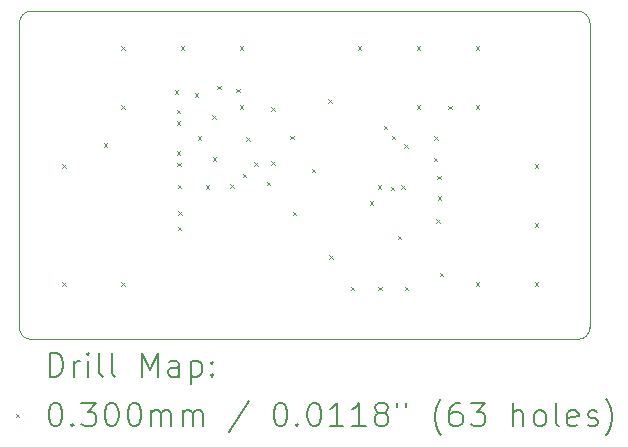
<source format=gbr>
%TF.GenerationSoftware,KiCad,Pcbnew,8.0.7*%
%TF.CreationDate,2024-12-18T22:04:55+01:00*%
%TF.ProjectId,Xplore ERC IMU,58706c6f-7265-4204-9552-4320494d552e,rev?*%
%TF.SameCoordinates,Original*%
%TF.FileFunction,Drillmap*%
%TF.FilePolarity,Positive*%
%FSLAX45Y45*%
G04 Gerber Fmt 4.5, Leading zero omitted, Abs format (unit mm)*
G04 Created by KiCad (PCBNEW 8.0.7) date 2024-12-18 22:04:55*
%MOMM*%
%LPD*%
G01*
G04 APERTURE LIST*
%ADD10C,0.050000*%
%ADD11C,0.200000*%
%ADD12C,0.100000*%
G04 APERTURE END LIST*
D10*
X11870711Y-9040711D02*
X16500000Y-9040711D01*
X16500000Y-11820000D02*
X11870711Y-11820000D01*
X11770711Y-9140711D02*
X11770711Y-11720000D01*
X11770711Y-9140711D02*
G75*
G02*
X11870711Y-9040711I99999J1D01*
G01*
X11870711Y-11820000D02*
G75*
G02*
X11770710Y-11720000I-1J100000D01*
G01*
X16500000Y-9040711D02*
G75*
G02*
X16599999Y-9140711I0J-99999D01*
G01*
X16600000Y-11720000D02*
G75*
G02*
X16500000Y-11820000I-100000J0D01*
G01*
X16600000Y-11720000D02*
X16600000Y-9140711D01*
D11*
D12*
X12135000Y-10335000D02*
X12165000Y-10365000D01*
X12165000Y-10335000D02*
X12135000Y-10365000D01*
X12135000Y-11335000D02*
X12165000Y-11365000D01*
X12165000Y-11335000D02*
X12135000Y-11365000D01*
X12485000Y-10160000D02*
X12515000Y-10190000D01*
X12515000Y-10160000D02*
X12485000Y-10190000D01*
X12635000Y-9335000D02*
X12665000Y-9365000D01*
X12665000Y-9335000D02*
X12635000Y-9365000D01*
X12635000Y-9835000D02*
X12665000Y-9865000D01*
X12665000Y-9835000D02*
X12635000Y-9865000D01*
X12635000Y-11335000D02*
X12665000Y-11365000D01*
X12665000Y-11335000D02*
X12635000Y-11365000D01*
X13085000Y-9710000D02*
X13115000Y-9740000D01*
X13115000Y-9710000D02*
X13085000Y-9740000D01*
X13101610Y-9875552D02*
X13131610Y-9905552D01*
X13131610Y-9875552D02*
X13101610Y-9905552D01*
X13101610Y-9970552D02*
X13131610Y-10000552D01*
X13131610Y-9970552D02*
X13101610Y-10000552D01*
X13104406Y-10225000D02*
X13134406Y-10255000D01*
X13134406Y-10225000D02*
X13104406Y-10255000D01*
X13104735Y-10325000D02*
X13134735Y-10355000D01*
X13134735Y-10325000D02*
X13104735Y-10355000D01*
X13110000Y-10510000D02*
X13140000Y-10540000D01*
X13140000Y-10510000D02*
X13110000Y-10540000D01*
X13110000Y-10865000D02*
X13140000Y-10895000D01*
X13140000Y-10865000D02*
X13110000Y-10895000D01*
X13115000Y-10735000D02*
X13145000Y-10765000D01*
X13145000Y-10735000D02*
X13115000Y-10765000D01*
X13135000Y-9335000D02*
X13165000Y-9365000D01*
X13165000Y-9335000D02*
X13135000Y-9365000D01*
X13255000Y-9735000D02*
X13285000Y-9765000D01*
X13285000Y-9735000D02*
X13255000Y-9765000D01*
X13280000Y-10100000D02*
X13310000Y-10130000D01*
X13310000Y-10100000D02*
X13280000Y-10130000D01*
X13350000Y-10515000D02*
X13380000Y-10545000D01*
X13380000Y-10515000D02*
X13350000Y-10545000D01*
X13405000Y-9920000D02*
X13435000Y-9950000D01*
X13435000Y-9920000D02*
X13405000Y-9950000D01*
X13405845Y-10277100D02*
X13435845Y-10307100D01*
X13435845Y-10277100D02*
X13405845Y-10307100D01*
X13445000Y-9670000D02*
X13475000Y-9700000D01*
X13475000Y-9670000D02*
X13445000Y-9700000D01*
X13555000Y-10505000D02*
X13585000Y-10535000D01*
X13585000Y-10505000D02*
X13555000Y-10535000D01*
X13605000Y-9695000D02*
X13635000Y-9725000D01*
X13635000Y-9695000D02*
X13605000Y-9725000D01*
X13635000Y-9335000D02*
X13665000Y-9365000D01*
X13665000Y-9335000D02*
X13635000Y-9365000D01*
X13635000Y-9835000D02*
X13665000Y-9865000D01*
X13665000Y-9835000D02*
X13635000Y-9865000D01*
X13660000Y-10415000D02*
X13690000Y-10445000D01*
X13690000Y-10415000D02*
X13660000Y-10445000D01*
X13691720Y-10105742D02*
X13721720Y-10135742D01*
X13721720Y-10105742D02*
X13691720Y-10135742D01*
X13760000Y-10320000D02*
X13790000Y-10350000D01*
X13790000Y-10320000D02*
X13760000Y-10350000D01*
X13865000Y-10485000D02*
X13895000Y-10515000D01*
X13895000Y-10485000D02*
X13865000Y-10515000D01*
X13900614Y-10311886D02*
X13930614Y-10341886D01*
X13930614Y-10311886D02*
X13900614Y-10341886D01*
X13902500Y-9852500D02*
X13932500Y-9882500D01*
X13932500Y-9852500D02*
X13902500Y-9882500D01*
X14064198Y-10093599D02*
X14094198Y-10123599D01*
X14094198Y-10093599D02*
X14064198Y-10123599D01*
X14085000Y-10740000D02*
X14115000Y-10770000D01*
X14115000Y-10740000D02*
X14085000Y-10770000D01*
X14245000Y-10375000D02*
X14275000Y-10405000D01*
X14275000Y-10375000D02*
X14245000Y-10405000D01*
X14385000Y-9785000D02*
X14415000Y-9815000D01*
X14415000Y-9785000D02*
X14385000Y-9815000D01*
X14394049Y-11105973D02*
X14424049Y-11135973D01*
X14424049Y-11105973D02*
X14394049Y-11135973D01*
X14575000Y-11375000D02*
X14605000Y-11405000D01*
X14605000Y-11375000D02*
X14575000Y-11405000D01*
X14635000Y-9335000D02*
X14665000Y-9365000D01*
X14665000Y-9335000D02*
X14635000Y-9365000D01*
X14735000Y-10650000D02*
X14765000Y-10680000D01*
X14765000Y-10650000D02*
X14735000Y-10680000D01*
X14805000Y-10515000D02*
X14835000Y-10545000D01*
X14835000Y-10515000D02*
X14805000Y-10545000D01*
X14810000Y-11375000D02*
X14840000Y-11405000D01*
X14840000Y-11375000D02*
X14810000Y-11405000D01*
X14855000Y-10010000D02*
X14885000Y-10040000D01*
X14885000Y-10010000D02*
X14855000Y-10040000D01*
X14915000Y-10525000D02*
X14945000Y-10555000D01*
X14945000Y-10525000D02*
X14915000Y-10555000D01*
X14925000Y-10095000D02*
X14955000Y-10125000D01*
X14955000Y-10095000D02*
X14925000Y-10125000D01*
X14975000Y-10940000D02*
X15005000Y-10970000D01*
X15005000Y-10940000D02*
X14975000Y-10970000D01*
X15005000Y-10515000D02*
X15035000Y-10545000D01*
X15035000Y-10515000D02*
X15005000Y-10545000D01*
X15030576Y-10165576D02*
X15060576Y-10195576D01*
X15060576Y-10165576D02*
X15030576Y-10195576D01*
X15035000Y-11375000D02*
X15065000Y-11405000D01*
X15065000Y-11375000D02*
X15035000Y-11405000D01*
X15135000Y-9335000D02*
X15165000Y-9365000D01*
X15165000Y-9335000D02*
X15135000Y-9365000D01*
X15135000Y-9835000D02*
X15165000Y-9865000D01*
X15165000Y-9835000D02*
X15135000Y-9865000D01*
X15280000Y-10280000D02*
X15310000Y-10310000D01*
X15310000Y-10280000D02*
X15280000Y-10310000D01*
X15282787Y-10098913D02*
X15312787Y-10128913D01*
X15312787Y-10098913D02*
X15282787Y-10128913D01*
X15300025Y-10802688D02*
X15330025Y-10832688D01*
X15330025Y-10802688D02*
X15300025Y-10832688D01*
X15308943Y-10432981D02*
X15338943Y-10462981D01*
X15338943Y-10432981D02*
X15308943Y-10462981D01*
X15313598Y-10606500D02*
X15343598Y-10636500D01*
X15343598Y-10606500D02*
X15313598Y-10636500D01*
X15330000Y-11255000D02*
X15360000Y-11285000D01*
X15360000Y-11255000D02*
X15330000Y-11285000D01*
X15400000Y-9840000D02*
X15430000Y-9870000D01*
X15430000Y-9840000D02*
X15400000Y-9870000D01*
X15635000Y-9335000D02*
X15665000Y-9365000D01*
X15665000Y-9335000D02*
X15635000Y-9365000D01*
X15635000Y-9835000D02*
X15665000Y-9865000D01*
X15665000Y-9835000D02*
X15635000Y-9865000D01*
X15635000Y-11335000D02*
X15665000Y-11365000D01*
X15665000Y-11335000D02*
X15635000Y-11365000D01*
X16135000Y-10335000D02*
X16165000Y-10365000D01*
X16165000Y-10335000D02*
X16135000Y-10365000D01*
X16135000Y-10835000D02*
X16165000Y-10865000D01*
X16165000Y-10835000D02*
X16135000Y-10865000D01*
X16135000Y-11335000D02*
X16165000Y-11365000D01*
X16165000Y-11335000D02*
X16135000Y-11365000D01*
D11*
X12028987Y-12133984D02*
X12028987Y-11933984D01*
X12028987Y-11933984D02*
X12076606Y-11933984D01*
X12076606Y-11933984D02*
X12105178Y-11943508D01*
X12105178Y-11943508D02*
X12124226Y-11962555D01*
X12124226Y-11962555D02*
X12133749Y-11981603D01*
X12133749Y-11981603D02*
X12143273Y-12019698D01*
X12143273Y-12019698D02*
X12143273Y-12048269D01*
X12143273Y-12048269D02*
X12133749Y-12086365D01*
X12133749Y-12086365D02*
X12124226Y-12105412D01*
X12124226Y-12105412D02*
X12105178Y-12124460D01*
X12105178Y-12124460D02*
X12076606Y-12133984D01*
X12076606Y-12133984D02*
X12028987Y-12133984D01*
X12228987Y-12133984D02*
X12228987Y-12000650D01*
X12228987Y-12038746D02*
X12238511Y-12019698D01*
X12238511Y-12019698D02*
X12248035Y-12010174D01*
X12248035Y-12010174D02*
X12267083Y-12000650D01*
X12267083Y-12000650D02*
X12286130Y-12000650D01*
X12352797Y-12133984D02*
X12352797Y-12000650D01*
X12352797Y-11933984D02*
X12343273Y-11943508D01*
X12343273Y-11943508D02*
X12352797Y-11953031D01*
X12352797Y-11953031D02*
X12362321Y-11943508D01*
X12362321Y-11943508D02*
X12352797Y-11933984D01*
X12352797Y-11933984D02*
X12352797Y-11953031D01*
X12476606Y-12133984D02*
X12457559Y-12124460D01*
X12457559Y-12124460D02*
X12448035Y-12105412D01*
X12448035Y-12105412D02*
X12448035Y-11933984D01*
X12581368Y-12133984D02*
X12562321Y-12124460D01*
X12562321Y-12124460D02*
X12552797Y-12105412D01*
X12552797Y-12105412D02*
X12552797Y-11933984D01*
X12809940Y-12133984D02*
X12809940Y-11933984D01*
X12809940Y-11933984D02*
X12876607Y-12076841D01*
X12876607Y-12076841D02*
X12943273Y-11933984D01*
X12943273Y-11933984D02*
X12943273Y-12133984D01*
X13124226Y-12133984D02*
X13124226Y-12029222D01*
X13124226Y-12029222D02*
X13114702Y-12010174D01*
X13114702Y-12010174D02*
X13095654Y-12000650D01*
X13095654Y-12000650D02*
X13057559Y-12000650D01*
X13057559Y-12000650D02*
X13038511Y-12010174D01*
X13124226Y-12124460D02*
X13105178Y-12133984D01*
X13105178Y-12133984D02*
X13057559Y-12133984D01*
X13057559Y-12133984D02*
X13038511Y-12124460D01*
X13038511Y-12124460D02*
X13028987Y-12105412D01*
X13028987Y-12105412D02*
X13028987Y-12086365D01*
X13028987Y-12086365D02*
X13038511Y-12067317D01*
X13038511Y-12067317D02*
X13057559Y-12057793D01*
X13057559Y-12057793D02*
X13105178Y-12057793D01*
X13105178Y-12057793D02*
X13124226Y-12048269D01*
X13219464Y-12000650D02*
X13219464Y-12200650D01*
X13219464Y-12010174D02*
X13238511Y-12000650D01*
X13238511Y-12000650D02*
X13276607Y-12000650D01*
X13276607Y-12000650D02*
X13295654Y-12010174D01*
X13295654Y-12010174D02*
X13305178Y-12019698D01*
X13305178Y-12019698D02*
X13314702Y-12038746D01*
X13314702Y-12038746D02*
X13314702Y-12095888D01*
X13314702Y-12095888D02*
X13305178Y-12114936D01*
X13305178Y-12114936D02*
X13295654Y-12124460D01*
X13295654Y-12124460D02*
X13276607Y-12133984D01*
X13276607Y-12133984D02*
X13238511Y-12133984D01*
X13238511Y-12133984D02*
X13219464Y-12124460D01*
X13400416Y-12114936D02*
X13409940Y-12124460D01*
X13409940Y-12124460D02*
X13400416Y-12133984D01*
X13400416Y-12133984D02*
X13390892Y-12124460D01*
X13390892Y-12124460D02*
X13400416Y-12114936D01*
X13400416Y-12114936D02*
X13400416Y-12133984D01*
X13400416Y-12010174D02*
X13409940Y-12019698D01*
X13409940Y-12019698D02*
X13400416Y-12029222D01*
X13400416Y-12029222D02*
X13390892Y-12019698D01*
X13390892Y-12019698D02*
X13400416Y-12010174D01*
X13400416Y-12010174D02*
X13400416Y-12029222D01*
D12*
X11738211Y-12447500D02*
X11768211Y-12477500D01*
X11768211Y-12447500D02*
X11738211Y-12477500D01*
D11*
X12067083Y-12353984D02*
X12086130Y-12353984D01*
X12086130Y-12353984D02*
X12105178Y-12363508D01*
X12105178Y-12363508D02*
X12114702Y-12373031D01*
X12114702Y-12373031D02*
X12124226Y-12392079D01*
X12124226Y-12392079D02*
X12133749Y-12430174D01*
X12133749Y-12430174D02*
X12133749Y-12477793D01*
X12133749Y-12477793D02*
X12124226Y-12515888D01*
X12124226Y-12515888D02*
X12114702Y-12534936D01*
X12114702Y-12534936D02*
X12105178Y-12544460D01*
X12105178Y-12544460D02*
X12086130Y-12553984D01*
X12086130Y-12553984D02*
X12067083Y-12553984D01*
X12067083Y-12553984D02*
X12048035Y-12544460D01*
X12048035Y-12544460D02*
X12038511Y-12534936D01*
X12038511Y-12534936D02*
X12028987Y-12515888D01*
X12028987Y-12515888D02*
X12019464Y-12477793D01*
X12019464Y-12477793D02*
X12019464Y-12430174D01*
X12019464Y-12430174D02*
X12028987Y-12392079D01*
X12028987Y-12392079D02*
X12038511Y-12373031D01*
X12038511Y-12373031D02*
X12048035Y-12363508D01*
X12048035Y-12363508D02*
X12067083Y-12353984D01*
X12219464Y-12534936D02*
X12228987Y-12544460D01*
X12228987Y-12544460D02*
X12219464Y-12553984D01*
X12219464Y-12553984D02*
X12209940Y-12544460D01*
X12209940Y-12544460D02*
X12219464Y-12534936D01*
X12219464Y-12534936D02*
X12219464Y-12553984D01*
X12295654Y-12353984D02*
X12419464Y-12353984D01*
X12419464Y-12353984D02*
X12352797Y-12430174D01*
X12352797Y-12430174D02*
X12381368Y-12430174D01*
X12381368Y-12430174D02*
X12400416Y-12439698D01*
X12400416Y-12439698D02*
X12409940Y-12449222D01*
X12409940Y-12449222D02*
X12419464Y-12468269D01*
X12419464Y-12468269D02*
X12419464Y-12515888D01*
X12419464Y-12515888D02*
X12409940Y-12534936D01*
X12409940Y-12534936D02*
X12400416Y-12544460D01*
X12400416Y-12544460D02*
X12381368Y-12553984D01*
X12381368Y-12553984D02*
X12324226Y-12553984D01*
X12324226Y-12553984D02*
X12305178Y-12544460D01*
X12305178Y-12544460D02*
X12295654Y-12534936D01*
X12543273Y-12353984D02*
X12562321Y-12353984D01*
X12562321Y-12353984D02*
X12581368Y-12363508D01*
X12581368Y-12363508D02*
X12590892Y-12373031D01*
X12590892Y-12373031D02*
X12600416Y-12392079D01*
X12600416Y-12392079D02*
X12609940Y-12430174D01*
X12609940Y-12430174D02*
X12609940Y-12477793D01*
X12609940Y-12477793D02*
X12600416Y-12515888D01*
X12600416Y-12515888D02*
X12590892Y-12534936D01*
X12590892Y-12534936D02*
X12581368Y-12544460D01*
X12581368Y-12544460D02*
X12562321Y-12553984D01*
X12562321Y-12553984D02*
X12543273Y-12553984D01*
X12543273Y-12553984D02*
X12524226Y-12544460D01*
X12524226Y-12544460D02*
X12514702Y-12534936D01*
X12514702Y-12534936D02*
X12505178Y-12515888D01*
X12505178Y-12515888D02*
X12495654Y-12477793D01*
X12495654Y-12477793D02*
X12495654Y-12430174D01*
X12495654Y-12430174D02*
X12505178Y-12392079D01*
X12505178Y-12392079D02*
X12514702Y-12373031D01*
X12514702Y-12373031D02*
X12524226Y-12363508D01*
X12524226Y-12363508D02*
X12543273Y-12353984D01*
X12733749Y-12353984D02*
X12752797Y-12353984D01*
X12752797Y-12353984D02*
X12771845Y-12363508D01*
X12771845Y-12363508D02*
X12781368Y-12373031D01*
X12781368Y-12373031D02*
X12790892Y-12392079D01*
X12790892Y-12392079D02*
X12800416Y-12430174D01*
X12800416Y-12430174D02*
X12800416Y-12477793D01*
X12800416Y-12477793D02*
X12790892Y-12515888D01*
X12790892Y-12515888D02*
X12781368Y-12534936D01*
X12781368Y-12534936D02*
X12771845Y-12544460D01*
X12771845Y-12544460D02*
X12752797Y-12553984D01*
X12752797Y-12553984D02*
X12733749Y-12553984D01*
X12733749Y-12553984D02*
X12714702Y-12544460D01*
X12714702Y-12544460D02*
X12705178Y-12534936D01*
X12705178Y-12534936D02*
X12695654Y-12515888D01*
X12695654Y-12515888D02*
X12686130Y-12477793D01*
X12686130Y-12477793D02*
X12686130Y-12430174D01*
X12686130Y-12430174D02*
X12695654Y-12392079D01*
X12695654Y-12392079D02*
X12705178Y-12373031D01*
X12705178Y-12373031D02*
X12714702Y-12363508D01*
X12714702Y-12363508D02*
X12733749Y-12353984D01*
X12886130Y-12553984D02*
X12886130Y-12420650D01*
X12886130Y-12439698D02*
X12895654Y-12430174D01*
X12895654Y-12430174D02*
X12914702Y-12420650D01*
X12914702Y-12420650D02*
X12943273Y-12420650D01*
X12943273Y-12420650D02*
X12962321Y-12430174D01*
X12962321Y-12430174D02*
X12971845Y-12449222D01*
X12971845Y-12449222D02*
X12971845Y-12553984D01*
X12971845Y-12449222D02*
X12981368Y-12430174D01*
X12981368Y-12430174D02*
X13000416Y-12420650D01*
X13000416Y-12420650D02*
X13028987Y-12420650D01*
X13028987Y-12420650D02*
X13048035Y-12430174D01*
X13048035Y-12430174D02*
X13057559Y-12449222D01*
X13057559Y-12449222D02*
X13057559Y-12553984D01*
X13152797Y-12553984D02*
X13152797Y-12420650D01*
X13152797Y-12439698D02*
X13162321Y-12430174D01*
X13162321Y-12430174D02*
X13181368Y-12420650D01*
X13181368Y-12420650D02*
X13209940Y-12420650D01*
X13209940Y-12420650D02*
X13228988Y-12430174D01*
X13228988Y-12430174D02*
X13238511Y-12449222D01*
X13238511Y-12449222D02*
X13238511Y-12553984D01*
X13238511Y-12449222D02*
X13248035Y-12430174D01*
X13248035Y-12430174D02*
X13267083Y-12420650D01*
X13267083Y-12420650D02*
X13295654Y-12420650D01*
X13295654Y-12420650D02*
X13314702Y-12430174D01*
X13314702Y-12430174D02*
X13324226Y-12449222D01*
X13324226Y-12449222D02*
X13324226Y-12553984D01*
X13714702Y-12344460D02*
X13543273Y-12601603D01*
X13971845Y-12353984D02*
X13990892Y-12353984D01*
X13990892Y-12353984D02*
X14009940Y-12363508D01*
X14009940Y-12363508D02*
X14019464Y-12373031D01*
X14019464Y-12373031D02*
X14028988Y-12392079D01*
X14028988Y-12392079D02*
X14038511Y-12430174D01*
X14038511Y-12430174D02*
X14038511Y-12477793D01*
X14038511Y-12477793D02*
X14028988Y-12515888D01*
X14028988Y-12515888D02*
X14019464Y-12534936D01*
X14019464Y-12534936D02*
X14009940Y-12544460D01*
X14009940Y-12544460D02*
X13990892Y-12553984D01*
X13990892Y-12553984D02*
X13971845Y-12553984D01*
X13971845Y-12553984D02*
X13952797Y-12544460D01*
X13952797Y-12544460D02*
X13943273Y-12534936D01*
X13943273Y-12534936D02*
X13933750Y-12515888D01*
X13933750Y-12515888D02*
X13924226Y-12477793D01*
X13924226Y-12477793D02*
X13924226Y-12430174D01*
X13924226Y-12430174D02*
X13933750Y-12392079D01*
X13933750Y-12392079D02*
X13943273Y-12373031D01*
X13943273Y-12373031D02*
X13952797Y-12363508D01*
X13952797Y-12363508D02*
X13971845Y-12353984D01*
X14124226Y-12534936D02*
X14133750Y-12544460D01*
X14133750Y-12544460D02*
X14124226Y-12553984D01*
X14124226Y-12553984D02*
X14114702Y-12544460D01*
X14114702Y-12544460D02*
X14124226Y-12534936D01*
X14124226Y-12534936D02*
X14124226Y-12553984D01*
X14257559Y-12353984D02*
X14276607Y-12353984D01*
X14276607Y-12353984D02*
X14295654Y-12363508D01*
X14295654Y-12363508D02*
X14305178Y-12373031D01*
X14305178Y-12373031D02*
X14314702Y-12392079D01*
X14314702Y-12392079D02*
X14324226Y-12430174D01*
X14324226Y-12430174D02*
X14324226Y-12477793D01*
X14324226Y-12477793D02*
X14314702Y-12515888D01*
X14314702Y-12515888D02*
X14305178Y-12534936D01*
X14305178Y-12534936D02*
X14295654Y-12544460D01*
X14295654Y-12544460D02*
X14276607Y-12553984D01*
X14276607Y-12553984D02*
X14257559Y-12553984D01*
X14257559Y-12553984D02*
X14238511Y-12544460D01*
X14238511Y-12544460D02*
X14228988Y-12534936D01*
X14228988Y-12534936D02*
X14219464Y-12515888D01*
X14219464Y-12515888D02*
X14209940Y-12477793D01*
X14209940Y-12477793D02*
X14209940Y-12430174D01*
X14209940Y-12430174D02*
X14219464Y-12392079D01*
X14219464Y-12392079D02*
X14228988Y-12373031D01*
X14228988Y-12373031D02*
X14238511Y-12363508D01*
X14238511Y-12363508D02*
X14257559Y-12353984D01*
X14514702Y-12553984D02*
X14400416Y-12553984D01*
X14457559Y-12553984D02*
X14457559Y-12353984D01*
X14457559Y-12353984D02*
X14438511Y-12382555D01*
X14438511Y-12382555D02*
X14419464Y-12401603D01*
X14419464Y-12401603D02*
X14400416Y-12411127D01*
X14705178Y-12553984D02*
X14590892Y-12553984D01*
X14648035Y-12553984D02*
X14648035Y-12353984D01*
X14648035Y-12353984D02*
X14628988Y-12382555D01*
X14628988Y-12382555D02*
X14609940Y-12401603D01*
X14609940Y-12401603D02*
X14590892Y-12411127D01*
X14819464Y-12439698D02*
X14800416Y-12430174D01*
X14800416Y-12430174D02*
X14790892Y-12420650D01*
X14790892Y-12420650D02*
X14781369Y-12401603D01*
X14781369Y-12401603D02*
X14781369Y-12392079D01*
X14781369Y-12392079D02*
X14790892Y-12373031D01*
X14790892Y-12373031D02*
X14800416Y-12363508D01*
X14800416Y-12363508D02*
X14819464Y-12353984D01*
X14819464Y-12353984D02*
X14857559Y-12353984D01*
X14857559Y-12353984D02*
X14876607Y-12363508D01*
X14876607Y-12363508D02*
X14886131Y-12373031D01*
X14886131Y-12373031D02*
X14895654Y-12392079D01*
X14895654Y-12392079D02*
X14895654Y-12401603D01*
X14895654Y-12401603D02*
X14886131Y-12420650D01*
X14886131Y-12420650D02*
X14876607Y-12430174D01*
X14876607Y-12430174D02*
X14857559Y-12439698D01*
X14857559Y-12439698D02*
X14819464Y-12439698D01*
X14819464Y-12439698D02*
X14800416Y-12449222D01*
X14800416Y-12449222D02*
X14790892Y-12458746D01*
X14790892Y-12458746D02*
X14781369Y-12477793D01*
X14781369Y-12477793D02*
X14781369Y-12515888D01*
X14781369Y-12515888D02*
X14790892Y-12534936D01*
X14790892Y-12534936D02*
X14800416Y-12544460D01*
X14800416Y-12544460D02*
X14819464Y-12553984D01*
X14819464Y-12553984D02*
X14857559Y-12553984D01*
X14857559Y-12553984D02*
X14876607Y-12544460D01*
X14876607Y-12544460D02*
X14886131Y-12534936D01*
X14886131Y-12534936D02*
X14895654Y-12515888D01*
X14895654Y-12515888D02*
X14895654Y-12477793D01*
X14895654Y-12477793D02*
X14886131Y-12458746D01*
X14886131Y-12458746D02*
X14876607Y-12449222D01*
X14876607Y-12449222D02*
X14857559Y-12439698D01*
X14971845Y-12353984D02*
X14971845Y-12392079D01*
X15048035Y-12353984D02*
X15048035Y-12392079D01*
X15343274Y-12630174D02*
X15333750Y-12620650D01*
X15333750Y-12620650D02*
X15314702Y-12592079D01*
X15314702Y-12592079D02*
X15305178Y-12573031D01*
X15305178Y-12573031D02*
X15295654Y-12544460D01*
X15295654Y-12544460D02*
X15286131Y-12496841D01*
X15286131Y-12496841D02*
X15286131Y-12458746D01*
X15286131Y-12458746D02*
X15295654Y-12411127D01*
X15295654Y-12411127D02*
X15305178Y-12382555D01*
X15305178Y-12382555D02*
X15314702Y-12363508D01*
X15314702Y-12363508D02*
X15333750Y-12334936D01*
X15333750Y-12334936D02*
X15343274Y-12325412D01*
X15505178Y-12353984D02*
X15467083Y-12353984D01*
X15467083Y-12353984D02*
X15448035Y-12363508D01*
X15448035Y-12363508D02*
X15438512Y-12373031D01*
X15438512Y-12373031D02*
X15419464Y-12401603D01*
X15419464Y-12401603D02*
X15409940Y-12439698D01*
X15409940Y-12439698D02*
X15409940Y-12515888D01*
X15409940Y-12515888D02*
X15419464Y-12534936D01*
X15419464Y-12534936D02*
X15428988Y-12544460D01*
X15428988Y-12544460D02*
X15448035Y-12553984D01*
X15448035Y-12553984D02*
X15486131Y-12553984D01*
X15486131Y-12553984D02*
X15505178Y-12544460D01*
X15505178Y-12544460D02*
X15514702Y-12534936D01*
X15514702Y-12534936D02*
X15524226Y-12515888D01*
X15524226Y-12515888D02*
X15524226Y-12468269D01*
X15524226Y-12468269D02*
X15514702Y-12449222D01*
X15514702Y-12449222D02*
X15505178Y-12439698D01*
X15505178Y-12439698D02*
X15486131Y-12430174D01*
X15486131Y-12430174D02*
X15448035Y-12430174D01*
X15448035Y-12430174D02*
X15428988Y-12439698D01*
X15428988Y-12439698D02*
X15419464Y-12449222D01*
X15419464Y-12449222D02*
X15409940Y-12468269D01*
X15590893Y-12353984D02*
X15714702Y-12353984D01*
X15714702Y-12353984D02*
X15648035Y-12430174D01*
X15648035Y-12430174D02*
X15676607Y-12430174D01*
X15676607Y-12430174D02*
X15695654Y-12439698D01*
X15695654Y-12439698D02*
X15705178Y-12449222D01*
X15705178Y-12449222D02*
X15714702Y-12468269D01*
X15714702Y-12468269D02*
X15714702Y-12515888D01*
X15714702Y-12515888D02*
X15705178Y-12534936D01*
X15705178Y-12534936D02*
X15695654Y-12544460D01*
X15695654Y-12544460D02*
X15676607Y-12553984D01*
X15676607Y-12553984D02*
X15619464Y-12553984D01*
X15619464Y-12553984D02*
X15600416Y-12544460D01*
X15600416Y-12544460D02*
X15590893Y-12534936D01*
X15952797Y-12553984D02*
X15952797Y-12353984D01*
X16038512Y-12553984D02*
X16038512Y-12449222D01*
X16038512Y-12449222D02*
X16028988Y-12430174D01*
X16028988Y-12430174D02*
X16009940Y-12420650D01*
X16009940Y-12420650D02*
X15981369Y-12420650D01*
X15981369Y-12420650D02*
X15962321Y-12430174D01*
X15962321Y-12430174D02*
X15952797Y-12439698D01*
X16162321Y-12553984D02*
X16143274Y-12544460D01*
X16143274Y-12544460D02*
X16133750Y-12534936D01*
X16133750Y-12534936D02*
X16124226Y-12515888D01*
X16124226Y-12515888D02*
X16124226Y-12458746D01*
X16124226Y-12458746D02*
X16133750Y-12439698D01*
X16133750Y-12439698D02*
X16143274Y-12430174D01*
X16143274Y-12430174D02*
X16162321Y-12420650D01*
X16162321Y-12420650D02*
X16190893Y-12420650D01*
X16190893Y-12420650D02*
X16209940Y-12430174D01*
X16209940Y-12430174D02*
X16219464Y-12439698D01*
X16219464Y-12439698D02*
X16228988Y-12458746D01*
X16228988Y-12458746D02*
X16228988Y-12515888D01*
X16228988Y-12515888D02*
X16219464Y-12534936D01*
X16219464Y-12534936D02*
X16209940Y-12544460D01*
X16209940Y-12544460D02*
X16190893Y-12553984D01*
X16190893Y-12553984D02*
X16162321Y-12553984D01*
X16343274Y-12553984D02*
X16324226Y-12544460D01*
X16324226Y-12544460D02*
X16314702Y-12525412D01*
X16314702Y-12525412D02*
X16314702Y-12353984D01*
X16495655Y-12544460D02*
X16476607Y-12553984D01*
X16476607Y-12553984D02*
X16438512Y-12553984D01*
X16438512Y-12553984D02*
X16419464Y-12544460D01*
X16419464Y-12544460D02*
X16409940Y-12525412D01*
X16409940Y-12525412D02*
X16409940Y-12449222D01*
X16409940Y-12449222D02*
X16419464Y-12430174D01*
X16419464Y-12430174D02*
X16438512Y-12420650D01*
X16438512Y-12420650D02*
X16476607Y-12420650D01*
X16476607Y-12420650D02*
X16495655Y-12430174D01*
X16495655Y-12430174D02*
X16505178Y-12449222D01*
X16505178Y-12449222D02*
X16505178Y-12468269D01*
X16505178Y-12468269D02*
X16409940Y-12487317D01*
X16581369Y-12544460D02*
X16600416Y-12553984D01*
X16600416Y-12553984D02*
X16638512Y-12553984D01*
X16638512Y-12553984D02*
X16657559Y-12544460D01*
X16657559Y-12544460D02*
X16667083Y-12525412D01*
X16667083Y-12525412D02*
X16667083Y-12515888D01*
X16667083Y-12515888D02*
X16657559Y-12496841D01*
X16657559Y-12496841D02*
X16638512Y-12487317D01*
X16638512Y-12487317D02*
X16609940Y-12487317D01*
X16609940Y-12487317D02*
X16590893Y-12477793D01*
X16590893Y-12477793D02*
X16581369Y-12458746D01*
X16581369Y-12458746D02*
X16581369Y-12449222D01*
X16581369Y-12449222D02*
X16590893Y-12430174D01*
X16590893Y-12430174D02*
X16609940Y-12420650D01*
X16609940Y-12420650D02*
X16638512Y-12420650D01*
X16638512Y-12420650D02*
X16657559Y-12430174D01*
X16733750Y-12630174D02*
X16743274Y-12620650D01*
X16743274Y-12620650D02*
X16762321Y-12592079D01*
X16762321Y-12592079D02*
X16771845Y-12573031D01*
X16771845Y-12573031D02*
X16781369Y-12544460D01*
X16781369Y-12544460D02*
X16790893Y-12496841D01*
X16790893Y-12496841D02*
X16790893Y-12458746D01*
X16790893Y-12458746D02*
X16781369Y-12411127D01*
X16781369Y-12411127D02*
X16771845Y-12382555D01*
X16771845Y-12382555D02*
X16762321Y-12363508D01*
X16762321Y-12363508D02*
X16743274Y-12334936D01*
X16743274Y-12334936D02*
X16733750Y-12325412D01*
M02*

</source>
